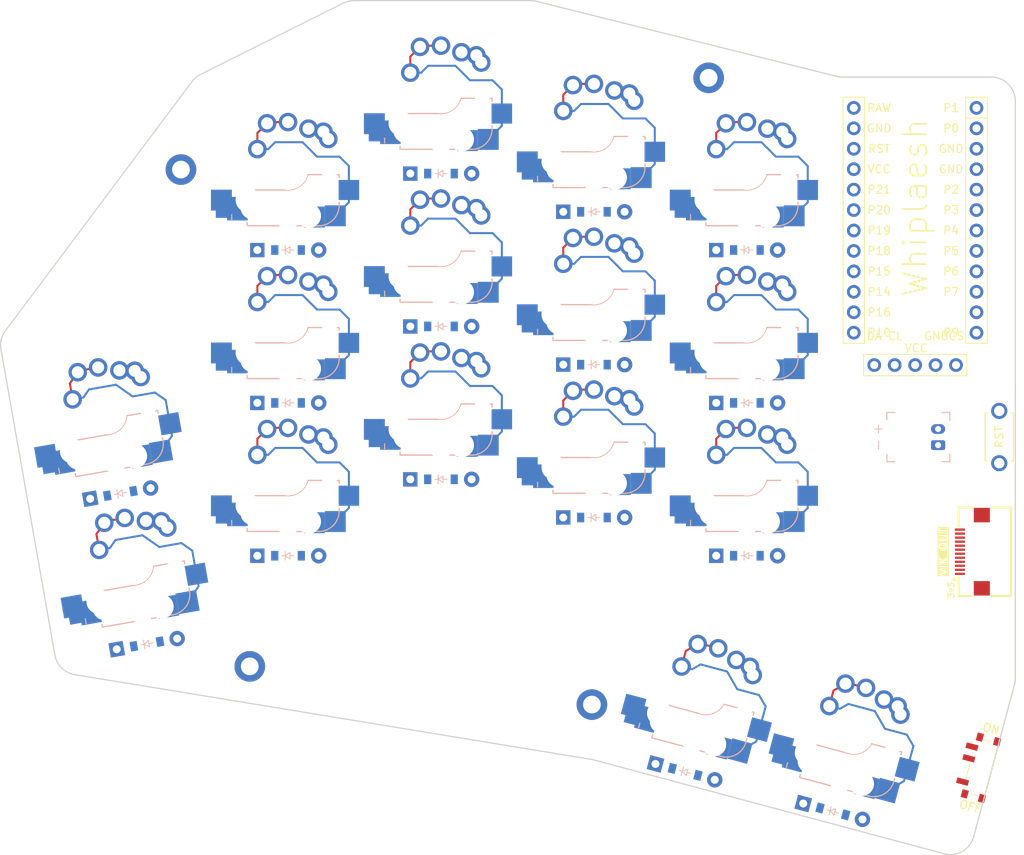
<source format=kicad_pcb>


(kicad_pcb
  (version 20240108)
  (generator "ergogen")
  (generator_version "4.1.0")
  (general
    (thickness 1.6)
    (legacy_teardrops no)
  )
  (paper "A3")
  (title_block
    (title "Whiplaesh_left")
    (date "2024-10-31")
    (rev "0.1")
    (company "ykz89")
  )

  (layers
    (0 "F.Cu" signal)
    (31 "B.Cu" signal)
    (32 "B.Adhes" user "B.Adhesive")
    (33 "F.Adhes" user "F.Adhesive")
    (34 "B.Paste" user)
    (35 "F.Paste" user)
    (36 "B.SilkS" user "B.Silkscreen")
    (37 "F.SilkS" user "F.Silkscreen")
    (38 "B.Mask" user)
    (39 "F.Mask" user)
    (40 "Dwgs.User" user "User.Drawings")
    (41 "Cmts.User" user "User.Comments")
    (42 "Eco1.User" user "User.Eco1")
    (43 "Eco2.User" user "User.Eco2")
    (44 "Edge.Cuts" user)
    (45 "Margin" user)
    (46 "B.CrtYd" user "B.Courtyard")
    (47 "F.CrtYd" user "F.Courtyard")
    (48 "B.Fab" user)
    (49 "F.Fab" user)
  )

  (setup
    (pad_to_mask_clearance 0.05)
    (allow_soldermask_bridges_in_footprints no)
    (pcbplotparams
      (layerselection 0x00010fc_ffffffff)
      (plot_on_all_layers_selection 0x0000000_00000000)
      (disableapertmacros no)
      (usegerberextensions no)
      (usegerberattributes yes)
      (usegerberadvancedattributes yes)
      (creategerberjobfile yes)
      (dashed_line_dash_ratio 12.000000)
      (dashed_line_gap_ratio 3.000000)
      (svgprecision 4)
      (plotframeref no)
      (viasonmask no)
      (mode 1)
      (useauxorigin no)
      (hpglpennumber 1)
      (hpglpenspeed 20)
      (hpglpendiameter 15.000000)
      (pdf_front_fp_property_popups yes)
      (pdf_back_fp_property_popups yes)
      (dxfpolygonmode yes)
      (dxfimperialunits yes)
      (dxfusepcbnewfont yes)
      (psnegative no)
      (psa4output no)
      (plotreference yes)
      (plotvalue yes)
      (plotfptext yes)
      (plotinvisibletext no)
      (sketchpadsonfab no)
      (subtractmaskfromsilk no)
      (outputformat 1)
      (mirror no)
      (drillshape 1)
      (scaleselection 1)
      (outputdirectory "")
    )
  )

  (net 0 "")
(net 1 "P19")
(net 2 "pinky_bottom")
(net 3 "pinky_home")
(net 4 "P18")
(net 5 "ring_bottom")
(net 6 "ring_home")
(net 7 "ring_top")
(net 8 "P15")
(net 9 "middle_bottom")
(net 10 "middle_home")
(net 11 "middle_top")
(net 12 "P14")
(net 13 "index_bottom")
(net 14 "index_home")
(net 15 "index_top")
(net 16 "P16")
(net 17 "inner_bottom")
(net 18 "inner_home")
(net 19 "inner_top")
(net 20 "left_cluster")
(net 21 "right_cluster")
(net 22 "P6")
(net 23 "P5")
(net 24 "P4")
(net 25 "P8")
(net 26 "RAW")
(net 27 "GND")
(net 28 "RST")
(net 29 "VCC")
(net 30 "P21")
(net 31 "P20")
(net 32 "P10")
(net 33 "P1")
(net 34 "P0")
(net 35 "P2")
(net 36 "P3")
(net 37 "P7")
(net 38 "P9")
(net 39 "P101")
(net 40 "P102")
(net 41 "P107")
(net 42 "MCU1_24")
(net 43 "MCU1_1")
(net 44 "MCU1_23")
(net 45 "MCU1_2")
(net 46 "MCU1_22")
(net 47 "MCU1_3")
(net 48 "MCU1_21")
(net 49 "MCU1_4")
(net 50 "MCU1_20")
(net 51 "MCU1_5")
(net 52 "MCU1_19")
(net 53 "MCU1_6")
(net 54 "MCU1_18")
(net 55 "MCU1_7")
(net 56 "MCU1_17")
(net 57 "MCU1_8")
(net 58 "MCU1_16")
(net 59 "MCU1_9")
(net 60 "MCU1_15")
(net 61 "MCU1_10")
(net 62 "MCU1_14")
(net 63 "MCU1_11")
(net 64 "MCU1_13")
(net 65 "MCU1_12")
(net 66 "DISP1_1")
(net 67 "DISP1_2")
(net 68 "DISP1_4")
(net 69 "DISP1_5")
(net 70 "BAT_P")
(net 71 "JST1_1")
(net 72 "JST1_2")

  
        
            (footprint "ks27-choc-v1-mx-soldered-and-hotswap" (layer "B.Cu") (at 90.9038955 108.3350441 10))

        
        
                        (segment (start 87.4665923 102.9501164) (end 87.3449183 103.1238848) (width 0.25) (layer "F.Cu"))
                        (segment (start 86.3634152 104.5256165) (end 86.71071160000001 106.495232) (width 0.25) (layer "F.Cu"))
                        (segment (start 89.8793713 102.5246784) (end 87.4665923 102.9501164) (width 0.25) (layer "F.Cu"))
                        (segment (start 87.3449183 103.1238848) (end 86.3634152 104.5256165) (width 0.25) (layer "F.Cu"))
                        (segment (start 86.71071160000001 106.495232) (end 88.0402021 106.2608069) (width 0.25) (layer "B.Cu"))
                        (segment (start 88.0402021 106.2608069) (end 88.7377993 105.2645348) (width 0.25) (layer "B.Cu"))
                        (segment (start 98.27263690000001 106.5889485) (end 98.7901085 109.5236756) (width 0.25) (layer "B.Cu"))
                        (segment (start 88.7377993 105.2645348) (end 92.0861457 104.674131) (width 0.25) (layer "B.Cu"))
                        (segment (start 94.1713663 106.1342183) (end 96.92882800000001 105.64800340000001) (width 0.25) (layer "B.Cu"))
                        (segment (start 92.0861457 104.674131) (end 94.1713663 106.1342183) (width 0.25) (layer "B.Cu"))
                        (segment (start 98.7901085 109.5236756) (end 99.0549221 111.0255084) (width 0.25) (layer "B.Cu"))
                        (segment (start 96.92882800000001 105.64800340000001) (end 98.27263690000001 106.5889485) (width 0.25) (layer "B.Cu"))
                        (segment (start 99.0549221 111.0255084) (end 97.6881182 112.9775066) (width 0.25) (layer "B.Cu"))
                        
                        
        

        
            (footprint "ks27-choc-v1-mx-soldered-and-hotswap" (layer "B.Cu") (at 87.6045801 89.6236968 10))

        
        
                        (segment (start 84.1672769 84.2387691) (end 84.0456029 84.4125375) (width 0.25) (layer "F.Cu"))
                        (segment (start 83.06409980000001 85.8142692) (end 83.41139620000001 87.7838847) (width 0.25) (layer "F.Cu"))
                        (segment (start 86.5800559 83.8133311) (end 84.1672769 84.2387691) (width 0.25) (layer "F.Cu"))
                        (segment (start 84.0456029 84.4125375) (end 83.06409980000001 85.8142692) (width 0.25) (layer "F.Cu"))
                        (segment (start 83.41139620000001 87.7838847) (end 84.7408867 87.5494596) (width 0.25) (layer "B.Cu"))
                        (segment (start 84.7408867 87.5494596) (end 85.43848390000001 86.5531875) (width 0.25) (layer "B.Cu"))
                        (segment (start 94.97332150000001 87.8776012) (end 95.4907931 90.8123283) (width 0.25) (layer "B.Cu"))
                        (segment (start 85.43848390000001 86.5531875) (end 88.7868303 85.9627837) (width 0.25) (layer "B.Cu"))
                        (segment (start 90.8720509 87.422871) (end 93.62951260000001 86.93665610000001) (width 0.25) (layer "B.Cu"))
                        (segment (start 88.7868303 85.9627837) (end 90.8720509 87.422871) (width 0.25) (layer "B.Cu"))
                        (segment (start 95.4907931 90.8123283) (end 95.7556067 92.3141611) (width 0.25) (layer "B.Cu"))
                        (segment (start 93.62951260000001 86.93665610000001) (end 94.97332150000001 87.8776012) (width 0.25) (layer "B.Cu"))
                        (segment (start 95.7556067 92.3141611) (end 94.38880280000001 94.2661593) (width 0.25) (layer "B.Cu"))
                        
                        
        

        
            (footprint "ks27-choc-v1-mx-soldered-and-hotswap" (layer "B.Cu") (at 110.1666514 97.2212583 0))

        
        
                        (segment (start 107.7166514 91.3212583) (end 107.56665140000001 91.4712583) (width 0.25) (layer "F.Cu"))
                        (segment (start 106.3566514 92.6812583) (end 106.3566514 94.6812583) (width 0.25) (layer "F.Cu"))
                        (segment (start 110.1666514 91.3212583) (end 107.7166514 91.3212583) (width 0.25) (layer "F.Cu"))
                        (segment (start 107.56665140000001 91.4712583) (end 106.3566514 92.6812583) (width 0.25) (layer "F.Cu"))
                        (segment (start 106.3566514 94.6812583) (end 107.70665140000001 94.6812583) (width 0.25) (layer "B.Cu"))
                        (segment (start 107.70665140000001 94.6812583) (end 108.56665140000001 93.8212583) (width 0.25) (layer "B.Cu"))
                        (segment (start 117.72665140000001 96.7812583) (end 117.72665140000001 99.76125830000001) (width 0.25) (layer "B.Cu"))
                        (segment (start 108.56665140000001 93.8212583) (end 111.9666514 93.8212583) (width 0.25) (layer "B.Cu"))
                        (segment (start 113.7666514 95.62125830000001) (end 116.56665140000001 95.62125830000001) (width 0.25) (layer "B.Cu"))
                        (segment (start 111.9666514 93.8212583) (end 113.7666514 95.62125830000001) (width 0.25) (layer "B.Cu"))
                        (segment (start 117.72665140000001 99.76125830000001) (end 117.72665140000001 101.2862593) (width 0.25) (layer "B.Cu"))
                        (segment (start 116.56665140000001 95.62125830000001) (end 117.72665140000001 96.7812583) (width 0.25) (layer "B.Cu"))
                        (segment (start 117.72665140000001 101.2862593) (end 116.0416514 102.9712593) (width 0.25) (layer "B.Cu"))
                        
                        
        

        
            (footprint "ks27-choc-v1-mx-soldered-and-hotswap" (layer "B.Cu") (at 110.1666514 78.2212582 0))

        
        
                        (segment (start 107.7166514 72.32125819999999) (end 107.56665140000001 72.4712582) (width 0.25) (layer "F.Cu"))
                        (segment (start 106.3566514 73.68125819999999) (end 106.3566514 75.68125819999999) (width 0.25) (layer "F.Cu"))
                        (segment (start 110.1666514 72.32125819999999) (end 107.7166514 72.32125819999999) (width 0.25) (layer "F.Cu"))
                        (segment (start 107.56665140000001 72.4712582) (end 106.3566514 73.68125819999999) (width 0.25) (layer "F.Cu"))
                        (segment (start 106.3566514 75.68125819999999) (end 107.70665140000001 75.68125819999999) (width 0.25) (layer "B.Cu"))
                        (segment (start 107.70665140000001 75.68125819999999) (end 108.56665140000001 74.82125819999999) (width 0.25) (layer "B.Cu"))
                        (segment (start 117.72665140000001 77.7812582) (end 117.72665140000001 80.7612582) (width 0.25) (layer "B.Cu"))
                        (segment (start 108.56665140000001 74.82125819999999) (end 111.9666514 74.82125819999999) (width 0.25) (layer "B.Cu"))
                        (segment (start 113.7666514 76.6212582) (end 116.56665140000001 76.6212582) (width 0.25) (layer "B.Cu"))
                        (segment (start 111.9666514 74.82125819999999) (end 113.7666514 76.6212582) (width 0.25) (layer "B.Cu"))
                        (segment (start 117.72665140000001 80.7612582) (end 117.72665140000001 82.28625919999999) (width 0.25) (layer "B.Cu"))
                        (segment (start 116.56665140000001 76.6212582) (end 117.72665140000001 77.7812582) (width 0.25) (layer "B.Cu"))
                        (segment (start 117.72665140000001 82.28625919999999) (end 116.0416514 83.97125919999999) (width 0.25) (layer "B.Cu"))
                        
                        
        

        
            (footprint "ks27-choc-v1-mx-soldered-and-hotswap" (layer "B.Cu") (at 110.1666514 59.2212582 0))

        
        
                        (segment (start 107.7166514 53.3212582) (end 107.56665140000001 53.4712582) (width 0.25) (layer "F.Cu"))
                        (segment (start 106.3566514 54.6812582) (end 106.3566514 56.6812582) (width 0.25) (layer "F.Cu"))
                        (segment (start 110.1666514 53.3212582) (end 107.7166514 53.3212582) (width 0.25) (layer "F.Cu"))
                        (segment (start 107.56665140000001 53.4712582) (end 106.3566514 54.6812582) (width 0.25) (layer "F.Cu"))
                        (segment (start 106.3566514 56.6812582) (end 107.70665140000001 56.6812582) (width 0.25) (layer "B.Cu"))
                        (segment (start 107.70665140000001 56.6812582) (end 108.56665140000001 55.8212582) (width 0.25) (layer "B.Cu"))
                        (segment (start 117.72665140000001 58.7812582) (end 117.72665140000001 61.7612582) (width 0.25) (layer "B.Cu"))
                        (segment (start 108.56665140000001 55.8212582) (end 111.9666514 55.8212582) (width 0.25) (layer "B.Cu"))
                        (segment (start 113.7666514 57.6212582) (end 116.56665140000001 57.6212582) (width 0.25) (layer "B.Cu"))
                        (segment (start 111.9666514 55.8212582) (end 113.7666514 57.6212582) (width 0.25) (layer "B.Cu"))
                        (segment (start 117.72665140000001 61.7612582) (end 117.72665140000001 63.2862592) (width 0.25) (layer "B.Cu"))
                        (segment (start 116.56665140000001 57.6212582) (end 117.72665140000001 58.7812582) (width 0.25) (layer "B.Cu"))
                        (segment (start 117.72665140000001 63.2862592) (end 116.0416514 64.9712592) (width 0.25) (layer "B.Cu"))
                        
                        
        

        
            (footprint "ks27-choc-v1-mx-soldered-and-hotswap" (layer "B.Cu") (at 129.1666514 87.7212583 0))

        
        
                        (segment (start 126.7166514 81.8212583) (end 126.56665140000001 81.9712583) (width 0.25) (layer "F.Cu"))
                        (segment (start 125.3566514 83.1812583) (end 125.3566514 85.1812583) (width 0.25) (layer "F.Cu"))
                        (segment (start 129.1666514 81.8212583) (end 126.7166514 81.8212583) (width 0.25) (layer "F.Cu"))
                        (segment (start 126.56665140000001 81.9712583) (end 125.3566514 83.1812583) (width 0.25) (layer "F.Cu"))
                        (segment (start 125.3566514 85.1812583) (end 126.70665140000001 85.1812583) (width 0.25) (layer "B.Cu"))
                        (segment (start 126.70665140000001 85.1812583) (end 127.56665140000001 84.3212583) (width 0.25) (layer "B.Cu"))
                        (segment (start 136.7266514 87.2812583) (end 136.7266514 90.26125830000001) (width 0.25) (layer "B.Cu"))
                        (segment (start 127.56665140000001 84.3212583) (end 130.96665140000002 84.3212583) (width 0.25) (layer "B.Cu"))
                        (segment (start 132.7666514 86.12125830000001) (end 135.5666514 86.12125830000001) (width 0.25) (layer "B.Cu"))
                        (segment (start 130.96665140000002 84.3212583) (end 132.7666514 86.12125830000001) (width 0.25) (layer "B.Cu"))
                        (segment (start 136.7266514 90.26125830000001) (end 136.7266514 91.7862593) (width 0.25) (layer "B.Cu"))
                        (segment (start 135.5666514 86.12125830000001) (end 136.7266514 87.2812583) (width 0.25) (layer "B.Cu"))
                        (segment (start 136.7266514 91.7862593) (end 135.0416514 93.4712593) (width 0.25) (layer "B.Cu"))
                        
                        
        

        
            (footprint "ks27-choc-v1-mx-soldered-and-hotswap" (layer "B.Cu") (at 129.1666514 68.7212583 0))

        
        
                        (segment (start 126.7166514 62.821258300000004) (end 126.56665140000001 62.9712583) (width 0.25) (layer "F.Cu"))
                        (segment (start 125.3566514 64.1812583) (end 125.3566514 66.1812583) (width 0.25) (layer "F.Cu"))
                        (segment (start 129.1666514 62.821258300000004) (end 126.7166514 62.821258300000004) (width 0.25) (layer "F.Cu"))
                        (segment (start 126.56665140000001 62.9712583) (end 125.3566514 64.1812583) (width 0.25) (layer "F.Cu"))
                        (segment (start 125.3566514 66.1812583) (end 126.70665140000001 66.1812583) (width 0.25) (layer "B.Cu"))
                        (segment (start 126.70665140000001 66.1812583) (end 127.56665140000001 65.3212583) (width 0.25) (layer "B.Cu"))
                        (segment (start 136.7266514 68.2812583) (end 136.7266514 71.26125830000001) (width 0.25) (layer "B.Cu"))
                        (segment (start 127.56665140000001 65.3212583) (end 130.96665140000002 65.3212583) (width 0.25) (layer "B.Cu"))
                        (segment (start 132.7666514 67.12125830000001) (end 135.5666514 67.12125830000001) (width 0.25) (layer "B.Cu"))
                        (segment (start 130.96665140000002 65.3212583) (end 132.7666514 67.12125830000001) (width 0.25) (layer "B.Cu"))
                        (segment (start 136.7266514 71.26125830000001) (end 136.7266514 72.7862593) (width 0.25) (layer "B.Cu"))
                        (segment (start 135.5666514 67.12125830000001) (end 136.7266514 68.2812583) (width 0.25) (layer "B.Cu"))
                        (segment (start 136.7266514 72.7862593) (end 135.0416514 74.4712593) (width 0.25) (layer "B.Cu"))
                        
                        
        

        
            (footprint "ks27-choc-v1-mx-soldered-and-hotswap" (layer "B.Cu") (at 129.1666514 49.7212582 0))

        
        
                        (segment (start 126.7166514 43.8212582) (end 126.56665140000001 43.9712582) (width 0.25) (layer "F.Cu"))
                        (segment (start 125.3566514 45.1812582) (end 125.3566514 47.1812582) (width 0.25) (layer "F.Cu"))
                        (segment (start 129.1666514 43.8212582) (end 126.7166514 43.8212582) (width 0.25) (layer "F.Cu"))
                        (segment (start 126.56665140000001 43.9712582) (end 125.3566514 45.1812582) (width 0.25) (layer "F.Cu"))
                        (segment (start 125.3566514 47.1812582) (end 126.70665140000001 47.1812582) (width 0.25) (layer "B.Cu"))
                        (segment (start 126.70665140000001 47.1812582) (end 127.56665140000001 46.3212582) (width 0.25) (layer "B.Cu"))
                        (segment (start 136.7266514 49.2812582) (end 136.7266514 52.2612582) (width 0.25) (layer "B.Cu"))
                        (segment (start 127.56665140000001 46.3212582) (end 130.96665140000002 46.3212582) (width 0.25) (layer "B.Cu"))
                        (segment (start 132.7666514 48.1212582) (end 135.5666514 48.1212582) (width 0.25) (layer "B.Cu"))
                        (segment (start 130.96665140000002 46.3212582) (end 132.7666514 48.1212582) (width 0.25) (layer "B.Cu"))
                        (segment (start 136.7266514 52.2612582) (end 136.7266514 53.7862592) (width 0.25) (layer "B.Cu"))
                        (segment (start 135.5666514 48.1212582) (end 136.7266514 49.2812582) (width 0.25) (layer "B.Cu"))
                        (segment (start 136.7266514 53.7862592) (end 135.0416514 55.4712592) (width 0.25) (layer "B.Cu"))
                        
                        
        

        
            (footprint "ks27-choc-v1-mx-soldered-and-hotswap" (layer "B.Cu") (at 148.1666514 92.4712583 0))

        
        
                        (segment (start 145.71665140000002 86.5712583) (end 145.5666514 86.7212583) (width 0.25) (layer "F.Cu"))
                        (segment (start 144.3566514 87.9312583) (end 144.3566514 89.9312583) (width 0.25) (layer "F.Cu"))
                        (segment (start 148.1666514 86.5712583) (end 145.71665140000002 86.5712583) (width 0.25) (layer "F.Cu"))
                        (segment (start 145.5666514 86.7212583) (end 144.3566514 87.9312583) (width 0.25) (layer "F.Cu"))
                        (segment (start 144.3566514 89.9312583) (end 145.7066514 89.9312583) (width 0.25) (layer "B.Cu"))
                        (segment (start 145.7066514 89.9312583) (end 146.5666514 89.0712583) (width 0.25) (layer "B.Cu"))
                        (segment (start 155.7266514 92.0312583) (end 155.7266514 95.01125830000001) (width 0.25) (layer "B.Cu"))
                        (segment (start 146.5666514 89.0712583) (end 149.96665140000002 89.0712583) (width 0.25) (layer "B.Cu"))
                        (segment (start 151.7666514 90.87125830000001) (end 154.5666514 90.87125830000001) (width 0.25) (layer "B.Cu"))
                        (segment (start 149.96665140000002 89.0712583) (end 151.7666514 90.87125830000001) (width 0.25) (layer "B.Cu"))
                        (segment (start 155.7266514 95.01125830000001) (end 155.7266514 96.5362593) (width 0.25) (layer "B.Cu"))
                        (segment (start 154.5666514 90.87125830000001) (end 155.7266514 92.0312583) (width 0.25) (layer "B.Cu"))
                        (segment (start 155.7266514 96.5362593) (end 154.0416514 98.2212593) (width 0.25) (layer "B.Cu"))
                        
                        
        

        
            (footprint "ks27-choc-v1-mx-soldered-and-hotswap" (layer "B.Cu") (at 148.1666515 73.4712583 0))

        
        
                        (segment (start 145.7166515 67.5712583) (end 145.5666515 67.7212583) (width 0.25) (layer "F.Cu"))
                        (segment (start 144.3566515 68.9312583) (end 144.3566515 70.9312583) (width 0.25) (layer "F.Cu"))
                        (segment (start 148.1666515 67.5712583) (end 145.7166515 67.5712583) (width 0.25) (layer "F.Cu"))
                        (segment (start 145.5666515 67.7212583) (end 144.3566515 68.9312583) (width 0.25) (layer "F.Cu"))
                        (segment (start 144.3566515 70.9312583) (end 145.7066515 70.9312583) (width 0.25) (layer "B.Cu"))
                        (segment (start 145.7066515 70.9312583) (end 146.5666515 70.0712583) (width 0.25) (layer "B.Cu"))
                        (segment (start 155.7266515 73.0312583) (end 155.7266515 76.01125830000001) (width 0.25) (layer "B.Cu"))
                        (segment (start 146.5666515 70.0712583) (end 149.9666515 70.0712583) (width 0.25) (layer "B.Cu"))
                        (segment (start 151.7666515 71.87125830000001) (end 154.5666515 71.87125830000001) (width 0.25) (layer "B.Cu"))
                        (segment (start 149.9666515 70.0712583) (end 151.7666515 71.87125830000001) (width 0.25) (layer "B.Cu"))
                        (segment (start 155.7266515 76.01125830000001) (end 155.7266515 77.5362593) (width 0.25) (layer "B.Cu"))
                        (segment (start 154.5666515 71.87125830000001) (end 155.7266515 73.0312583) (width 0.25) (layer "B.Cu"))
                        (segment (start 155.7266515 77.5362593) (end 154.0416515 79.2212593) (width 0.25) (layer "B.Cu"))
                        
                        
        

        
            (footprint "ks27-choc-v1-mx-soldered-and-hotswap" (layer "B.Cu") (at 148.1666515 54.4712582 0))

        
        
                        (segment (start 145.7166515 48.5712582) (end 145.5666515 48.7212582) (width 0.25) (layer "F.Cu"))
                        (segment (start 144.3566515 49.9312582) (end 144.3566515 51.9312582) (width 0.25) (layer "F.Cu"))
                        (segment (start 148.1666515 48.5712582) (end 145.7166515 48.5712582) (width 0.25) (layer "F.Cu"))
                        (segment (start 145.5666515 48.7212582) (end 144.3566515 49.9312582) (width 0.25) (layer "F.Cu"))
                        (segment (start 144.3566515 51.9312582) (end 145.7066515 51.9312582) (width 0.25) (layer "B.Cu"))
                        (segment (start 145.7066515 51.9312582) (end 146.5666515 51.0712582) (width 0.25) (layer "B.Cu"))
                        (segment (start 155.7266515 54.0312582) (end 155.7266515 57.0112582) (width 0.25) (layer "B.Cu"))
                        (segment (start 146.5666515 51.0712582) (end 149.9666515 51.0712582) (width 0.25) (layer "B.Cu"))
                        (segment (start 151.7666515 52.8712582) (end 154.5666515 52.8712582) (width 0.25) (layer "B.Cu"))
                        (segment (start 149.9666515 51.0712582) (end 151.7666515 52.8712582) (width 0.25) (layer "B.Cu"))
                        (segment (start 155.7266515 57.0112582) (end 155.7266515 58.5362592) (width 0.25) (layer "B.Cu"))
                        (segment (start 154.5666515 52.8712582) (end 155.7266515 54.0312582) (width 0.25) (layer "B.Cu"))
                        (segment (start 155.7266515 58.5362592) (end 154.0416515 60.2212592) (width 0.25) (layer "B.Cu"))
                        
                        
        

        
            (footprint "ks27-choc-v1-mx-soldered-and-hotswap" (layer "B.Cu") (at 167.1666514 97.2212582 0))

        
        
                        (segment (start 164.71665140000002 91.32125819999999) (end 164.5666514 91.4712582) (width 0.25) (layer "F.Cu"))
                        (segment (start 163.3566514 92.68125819999999) (end 163.3566514 94.68125819999999) (width 0.25) (layer "F.Cu"))
                        (segment (start 167.1666514 91.32125819999999) (end 164.71665140000002 91.32125819999999) (width 0.25) (layer "F.Cu"))
                        (segment (start 164.5666514 91.4712582) (end 163.3566514 92.68125819999999) (width 0.25) (layer "F.Cu"))
                        (segment (start 163.3566514 94.68125819999999) (end 164.7066514 94.68125819999999) (width 0.25) (layer "B.Cu"))
                        (segment (start 164.7066514 94.68125819999999) (end 165.5666514 93.82125819999999) (width 0.25) (layer "B.Cu"))
                        (segment (start 174.7266514 96.7812582) (end 174.7266514 99.7612582) (width 0.25) (layer "B.Cu"))
                        (segment (start 165.5666514 93.82125819999999) (end 168.96665140000002 93.82125819999999) (width 0.25) (layer "B.Cu"))
                        (segment (start 170.7666514 95.6212582) (end 173.5666514 95.6212582) (width 0.25) (layer "B.Cu"))
                        (segment (start 168.96665140000002 93.82125819999999) (end 170.7666514 95.6212582) (width 0.25) (layer "B.Cu"))
                        (segment (start 174.7266514 99.7612582) (end 174.7266514 101.28625919999999) (width 0.25) (layer "B.Cu"))
                        (segment (start 173.5666514 95.6212582) (end 174.7266514 96.7812582) (width 0.25) (layer "B.Cu"))
                        (segment (start 174.7266514 101.28625919999999) (end 173.0416514 102.97125919999999) (width 0.25) (layer "B.Cu"))
                        
                        
        

        
            (footprint "ks27-choc-v1-mx-soldered-and-hotswap" (layer "B.Cu") (at 167.1666514 78.2212582 0))

        
        
                        (segment (start 164.71665140000002 72.32125819999999) (end 164.5666514 72.4712582) (width 0.25) (layer "F.Cu"))
                        (segment (start 163.3566514 73.68125819999999) (end 163.3566514 75.68125819999999) (width 0.25) (layer "F.Cu"))
                        (segment (start 167.1666514 72.32125819999999) (end 164.71665140000002 72.32125819999999) (width 0.25) (layer "F.Cu"))
                        (segment (start 164.5666514 72.4712582) (end 163.3566514 73.68125819999999) (width 0.25) (layer "F.Cu"))
                        (segment (start 163.3566514 75.68125819999999) (end 164.7066514 75.68125819999999) (width 0.25) (layer "B.Cu"))
                        (segment (start 164.7066514 75.68125819999999) (end 165.5666514 74.82125819999999) (width 0.25) (layer "B.Cu"))
                        (segment (start 174.7266514 77.7812582) (end 174.7266514 80.7612582) (width 0.25) (layer "B.Cu"))
                        (segment (start 165.5666514 74.82125819999999) (end 168.96665140000002 74.82125819999999) (width 0.25) (layer "B.Cu"))
                        (segment (start 170.7666514 76.6212582) (end 173.5666514 76.6212582) (width 0.25) (layer "B.Cu"))
                        (segment (start 168.96665140000002 74.82125819999999) (end 170.7666514 76.6212582) (width 0.25) (layer "B.Cu"))
                        (segment (start 174.7266514 80.7612582) (end 174.7266514 82.28625919999999) (width 0.25) (layer "B.Cu"))
                        (segment (start 173.5666514 76.6212582) (end 174.7266514 77.7812582) (width 0.25) (layer "B.Cu"))
                        (segment (start 174.7266514 82.28625919999999) (end 173.0416514 83.97125919999999) (width 0.25) (layer "B.Cu"))
                        
                        
        

        
            (footprint "ks27-choc-v1-mx-soldered-and-hotswap" (layer "B.Cu") (at 167.1666514 59.2212581 0))

        
        
                        (segment (start 164.71665140000002 53.3212581) (end 164.5666514 53.4712581) (width 0.25) (layer "F.Cu"))
                        (segment (start 163.3566514 54.6812581) (end 163.3566514 56.6812581) (width 0.25) (layer "F.Cu"))
                        (segment (start 167.1666514 53.3212581) (end 164.71665140000002 53.3212581) (width 0.25) (layer "F.Cu"))
                        (segment (start 164.5666514 53.4712581) (end 163.3566514 54.6812581) (width 0.25) (layer "F.Cu"))
                        (segment (start 163.3566514 56.6812581) (end 164.7066514 56.6812581) (width 0.25) (layer "B.Cu"))
                        (segment (start 164.7066514 56.6812581) (end 165.5666514 55.8212581) (width 0.25) (layer "B.Cu"))
                        (segment (start 174.7266514 58.7812581) (end 174.7266514 61.7612581) (width 0.25) (layer "B.Cu"))
                        (segment (start 165.5666514 55.8212581) (end 168.96665140000002 55.8212581) (width 0.25) (layer "B.Cu"))
                        (segment (start 170.7666514 57.6212581) (end 173.5666514 57.6212581) (width 0.25) (layer "B.Cu"))
                        (segment (start 168.96665140000002 55.8212581) (end 170.7666514 57.6212581) (width 0.25) (layer "B.Cu"))
                        (segment (start 174.7266514 61.7612581) (end 174.7266514 63.2862591) (width 0.25) (layer "B.Cu"))
                        (segment (start 173.5666514 57.6212581) (end 174.7266514 58.7812581) (width 0.25) (layer "B.Cu"))
                        (segment (start 174.7266514 63.2862591) (end 173.0416514 64.9712591) (width 0.25) (layer "B.Cu"))
                        
                        
        

        
            (footprint "ks27-choc-v1-mx-soldered-and-hotswap" (layer "B.Cu") (at 162.0815277 124.4264395 -15))

        
        
                        (segment (start 161.2420418 118.0933705) (end 161.0583301 118.1994365) (width 0.25) (layer "F.Cu"))
                        (segment (start 159.57638880000002 119.0550357) (end 159.05875070000002 120.9868873) (width 0.25) (layer "F.Cu"))
                        (segment (start 163.6085601 118.7274771) (end 161.2420418 118.0933705) (width 0.25) (layer "F.Cu"))
                        (segment (start 161.0583301 118.1994365) (end 159.57638880000002 119.0550357) (width 0.25) (layer "F.Cu"))
                        (segment (start 159.05875070000002 120.9868873) (end 160.3627505 121.3362931) (width 0.25) (layer "B.Cu"))
                        (segment (start 160.3627505 121.3362931) (end 161.4160311 120.7281812) (width 0.25) (layer "B.Cu"))
                        (segment (start 169.4978073 125.9581041) (end 168.7265266 128.8365631) (width 0.25) (layer "B.Cu"))
                        (segment (start 161.4160311 120.7281812) (end 164.7001789 121.608166) (width 0.25) (layer "B.Cu"))
                        (segment (start 165.9729711 123.8127067) (end 168.67756350000002 124.5374001) (width 0.25) (layer "B.Cu"))
                        (segment (start 164.7001789 121.608166) (end 165.9729711 123.8127067) (width 0.25) (layer "B.Cu"))
                        (segment (start 168.7265266 128.8365631) (end 168.33182730000001 130.3096009) (width 0.25) (layer "B.Cu"))
                        (segment (start 168.67756350000002 124.5374001) (end 169.4978073 125.9581041) (width 0.25) (layer "B.Cu"))
                        (segment (start 168.33182730000001 130.3096009) (end 166.2681322 131.5010759) (width 0.25) (layer "B.Cu"))
                        
                        
        

        
            (footprint "ks27-choc-v1-mx-soldered-and-hotswap" (layer "B.Cu") (at 180.4341184 129.3440014 -15))

        
        
                        (segment (start 179.5946325 123.0109324) (end 179.41092079999999 123.1169984) (width 0.25) (layer "F.Cu"))
                        (segment (start 177.9289795 123.9725976) (end 177.4113414 125.9044492) (width 0.25) (layer "F.Cu"))
                        (segment (start 181.96115079999998 123.645039) (end 179.5946325 123.0109324) (width 0.25) (layer "F.Cu"))
                        (segment (start 179.41092079999999 123.1169984) (end 177.9289795 123.9725976) (width 0.25) (layer "F.Cu"))
                        (segment (start 177.4113414 125.9044492) (end 178.71534119999998 126.253855) (width 0.25) (layer "B.Cu"))
                        (segment (start 178.71534119999998 126.253855) (end 179.76862179999998 125.64574309999999) (width 0.25) (layer "B.Cu"))
                        (segment (start 187.85039799999998 130.875666) (end 187.07911729999998 133.754125) (width 0.25) (layer "B.Cu"))
                        (segment (start 179.76862179999998 125.64574309999999) (end 183.05276959999998 126.52572789999999) (width 0.25) (layer "B.Cu"))
                        (segment (start 184.3255618 128.7302686) (end 187.0301542 129.454962) (width 0.25) (layer "B.Cu"))
                        (segment (start 183.05276959999998 126.52572789999999) (end 184.3255618 128.7302686) (width 0.25) (layer "B.Cu"))
                        (segment (start 187.07911729999998 133.754125) (end 186.684418 135.2271628) (width 0.25) (layer "B.Cu"))
                        (segment (start 187.0301542 129.454962) (end 187.85039799999998 130.875666) (width 0.25) (layer "B.Cu"))
                        (segment (start 186.684418 135.2271628) (end 184.62072289999998 136.4186378) (width 0.25) (layer "B.Cu"))
                        
                        
        

    (footprint "ceoloide:diode_tht_sod123" (layer "B.Cu") (at 92.64037730000001 118.1831216 10))
        

    (footprint "ceoloide:diode_tht_sod123" (layer "B.Cu") (at 89.3410619 99.4717743 10))
        

    (footprint "ceoloide:diode_tht_sod123" (layer "B.Cu") (at 110.1666514 107.2212583 0))
        

    (footprint "ceoloide:diode_tht_sod123" (layer "B.Cu") (at 110.1666514 88.2212582 0))
        

    (footprint "ceoloide:diode_tht_sod123" (layer "B.Cu") (at 110.1666514 69.2212582 0))
        

    (footprint "ceoloide:diode_tht_sod123" (layer "B.Cu") (at 129.1666514 97.7212583 0))
        

    (footprint "ceoloide:diode_tht_sod123" (layer "B.Cu") (at 129.1666514 78.7212583 0))
        

    (footprint "ceoloide:diode_tht_sod123" (layer "B.Cu") (at 129.1666514 59.7212582 0))
        

    (footprint "ceoloide:diode_tht_sod123" (layer "B.Cu") (at 148.1666514 102.4712583 0))
        

    (footprint "ceoloide:diode_tht_sod123" (layer "B.Cu") (at 148.1666515 83.4712583 0))
        

    (footprint "ceoloide:diode_tht_sod123" (layer "B.Cu") (at 148.1666515 64.4712582 0))
        

    (footprint "ceoloide:diode_tht_sod123" (layer "B.Cu") (at 167.1666514 107.2212582 0))
        

    (footprint "ceoloide:diode_tht_sod123" (layer "B.Cu") (at 167.1666514 88.2212582 0))
        

    (footprint "ceoloide:diode_tht_sod123" (layer "B.Cu") (at 167.1666514 69.2212581 0))
        

    (footprint "ceoloide:diode_tht_sod123" (layer "B.Cu") (at 159.4933372 134.0856978 -15))
        

    (footprint "ceoloide:diode_tht_sod123" (layer "B.Cu") (at 177.8459279 139.0032597 -15))
        

    
    
  (footprint "ceoloide:mcu_nice_nano" (layer "F.Cu") (at 188.0666514 64.2562581 0))

  
  
    

        
            (footprint "vik-keyboard-connector-horizontal" (layer "F.Cu") (at 195.6666514 106.7212582 90))

  (footprint "ceoloide:display_nice_view" (layer F.Cu) (at 188.0666514 66.8212581 0))
    

    (footprint "ceoloide:battery_connector_jst_ph_2" (layer "B.Cu") (at 190.9166514 92.4712582 -90))
        

  (module "ceoloide:reset_switch_tht_top"
    (layer F.Cu)
    (at 198.5166514 92.4712581 90)
    (property "Reference" "RST1"
      (at 0 2.55 180)
      (layer "F.SilkS")
      hide
      (effects (font (size 1 1) (thickness 0.15)))
    )
        
    (fp_text user "RST" (at 0 0 90) (layer "F.SilkS") (effects (font (size 1 1) (thickness 0.15))))
    (fp_line (start -3 1.75) (end 3 1.75) (layer "F.SilkS") (stroke (width 0.15) (type solid)))
    (fp_line (start 3 1.75) (end 3 1.5) (layer "F.SilkS") (stroke (width 0.15) (type solid)))
    (fp_line (start -3 1.75) (end -3 1.5) (layer "F.SilkS") (stroke (width 0.15) (type solid)))
    (fp_line (start -3 -1.75) (end -3 -1.5) (layer "F.SilkS") (stroke (width 0.15) (type solid)))
    (fp_line (start -3 -1.75) (end 3 -1.75) (layer "F.SilkS") (stroke (width 0.15) (type solid)))
    (fp_line (start 3 -1.75) (end 3 -1.5) (layer "F.SilkS") (stroke (width 0.15) (type solid)))
        
    (pad "2" thru_hole circle (at -3.25 0 90) (size 2 2) (drill 1.3) (layers "*.Cu" "*.Mask") (net 27 "GND"))
    (pad "1" thru_hole circle (at 3.25 0 90) (size 2 2) (drill 1.3) (layers "*.Cu" "*.Mask") (net 28 "RST"))
  )
        

  (footprint "ceoloide:power_switch_smd_side" (layer "F.Cu") (at 196.2173464 133.5731046 -15))
    

  (footprint "ceoloide:mounting_hole_plated" (layer "F.Cu") (at 96.86665140000001 59.2212582 0))
    

  (footprint "ceoloide:mounting_hole_plated" (layer "F.Cu") (at 162.4166514 47.8212581 0))
    

  (footprint "ceoloide:mounting_hole_plated" (layer "F.Cu") (at 147.9166514 125.7212583 0))
    

  (footprint "ceoloide:mounting_hole_plated" (layer "F.Cu") (at 105.4166514 120.9712583 0))
    

  (gr_text "Whiplaesh"
    (at 188.0666514 63.9712581 90)
    (layer "F.SilkS" )
    (effects
      (font 
        (size 3 3)
        (thickness 0.2)
        
        
      )
      
    )
  )
      
  (gr_line (start 200.51708152586684 122.4245732575655) (end 200.51666867326438 50.72124069184065) (layer Edge.Cuts) (stroke (width 0.15) (type default)))
(gr_line (start 197.51666867326495 47.7212581) (end 179.03596829622853 47.7212581) (layer Edge.Cuts) (stroke (width 0.15) (type default)))
(gr_line (start 178.30836149034621 47.63168562352942) (end 141.02494130965385 38.310830676470594) (layer Edge.Cuts) (stroke (width 0.15) (type default)))
(gr_line (start 140.29733450377148 38.2212582) (end 118.37485539999999 38.2212582) (layer Edge.Cuts) (stroke (width 0.15) (type default)))
(gr_line (start 117.0332146 38.537976600000015) (end 99.30137662969128 47.403895585154366) (layer Edge.Cuts) (stroke (width 0.15) (type default)))
(gr_line (start 98.24138122969129 48.289360885154366) (end 75.06065280168224 79.25563828529859) (layer Edge.Cuts) (stroke (width 0.15) (type default)))
(gr_line (start 74.50786571576789 81.57439916518223) (end 81.2061656904192 119.56234581154644) (layer Edge.Cuts) (stroke (width 0.15) (type default)))
(gr_line (start 83.67473747895636 122.0017979156815) (end 147.85010598759538 132.5340659830751) (layer Edge.Cuts) (stroke (width 0.15) (type default)))
(gr_line (start 148.1407115219169 132.59668514879257) (end 191.66646841286766 144.25937658730044) (layer Edge.Cuts) (stroke (width 0.15) (type default)))
(gr_line (start 195.34070296286768 142.1380561006979) (end 200.41485904416862 123.2010476848684) (layer Edge.Cuts) (stroke (width 0.15) (type default)))
(gr_arc (start 200.51666867326495 50.721240696396926) (mid 199.63798287326495 48.59993159639692) (end 197.51666867326495 47.72125809639692) (layer Edge.Cuts) (stroke (width 0.15) (type default)))
(gr_arc (start 178.30836149622854 47.6316856) (mid 178.66941849622853 47.6987808) (end 179.03596829622853 47.7212581) (layer Edge.Cuts) (stroke (width 0.15) (type default)))
(gr_arc (start 141.02494130377147 38.310830700000004) (mid 140.66388430377148 38.2437355) (end 140.29733450377148 38.2212582) (layer Edge.Cuts) (stroke (width 0.15) (type default)))
(gr_arc (start 118.37485539999999 38.2212582) (mid 117.68559659999998 38.3015112) (end 117.0332146 38.5379766) (layer Edge.Cuts) (stroke (width 0.15) (type default)))
(gr_arc (start 99.30137662969128 47.40389558515437) (mid 98.71972782969127 47.78479638515437) (end 98.24138122969127 48.28936088515437) (layer Edge.Cuts) (stroke (width 0.15) (type default)))
(gr_arc (start 75.06065280168225 79.25563828529856) (mid 74.54406930168226 80.35775798529855) (end 74.50786580168226 81.57439918529855) (layer Edge.Cuts) (stroke (width 0.15) (type default)))
(gr_arc (start 81.20616567633355 119.56234583166275) (mid 82.05189167633355 121.17527003166275) (end 83.67473747633356 122.00179793166275) (layer Edge.Cuts) (stroke (width 0.15) (type default)))
(gr_arc (start 148.14071149021822 132.59668516709385) (mid 147.99618479021822 132.56177376709385) (end 147.85010599021822 132.53406606709385) (layer Edge.Cuts) (stroke (width 0.15) (type default)))
(gr_arc (start 191.6664684445664 144.25937656899916) (mid 193.94292554456638 143.95967516899918) (end 195.34070294456637 142.13805606899916) (layer Edge.Cuts) (stroke (width 0.15) (type default)))
(gr_arc (start 200.41485902586737 123.20104765316961) (mid 200.4914172258674 122.81616055316961) (end 200.51708152586738 122.42457325316961) (layer Edge.Cuts) (stroke (width 0.15) (type default)))

)


</source>
